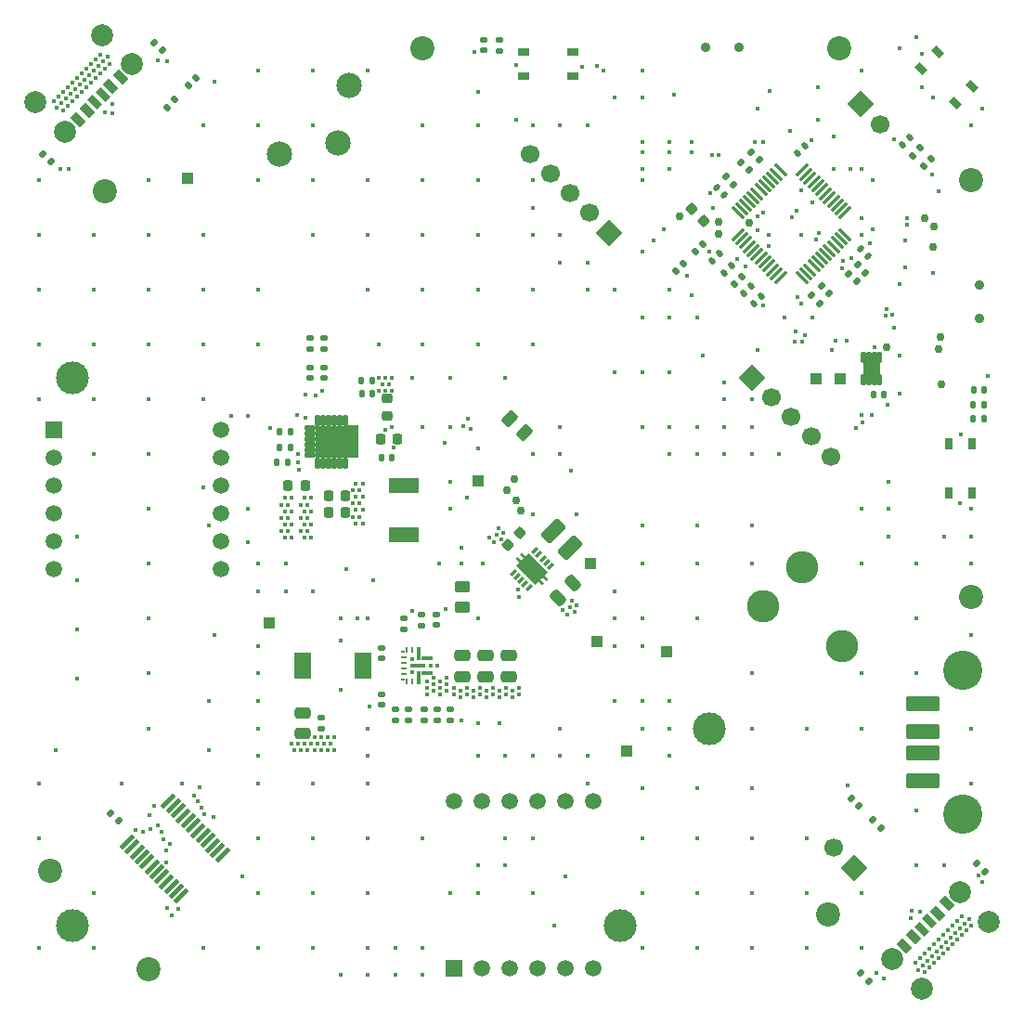
<source format=gbr>
%TF.GenerationSoftware,KiCad,Pcbnew,7.0.10*%
%TF.CreationDate,2025-08-26T16:00:25+02:00*%
%TF.ProjectId,BQ2xxxx,42513278-7878-4782-9e6b-696361645f70,rev?*%
%TF.SameCoordinates,Original*%
%TF.FileFunction,Soldermask,Top*%
%TF.FilePolarity,Negative*%
%FSLAX46Y46*%
G04 Gerber Fmt 4.6, Leading zero omitted, Abs format (unit mm)*
G04 Created by KiCad (PCBNEW 7.0.10) date 2025-08-26 16:00:25*
%MOMM*%
%LPD*%
G01*
G04 APERTURE LIST*
G04 Aperture macros list*
%AMRoundRect*
0 Rectangle with rounded corners*
0 $1 Rounding radius*
0 $2 $3 $4 $5 $6 $7 $8 $9 X,Y pos of 4 corners*
0 Add a 4 corners polygon primitive as box body*
4,1,4,$2,$3,$4,$5,$6,$7,$8,$9,$2,$3,0*
0 Add four circle primitives for the rounded corners*
1,1,$1+$1,$2,$3*
1,1,$1+$1,$4,$5*
1,1,$1+$1,$6,$7*
1,1,$1+$1,$8,$9*
0 Add four rect primitives between the rounded corners*
20,1,$1+$1,$2,$3,$4,$5,0*
20,1,$1+$1,$4,$5,$6,$7,0*
20,1,$1+$1,$6,$7,$8,$9,0*
20,1,$1+$1,$8,$9,$2,$3,0*%
%AMHorizOval*
0 Thick line with rounded ends*
0 $1 width*
0 $2 $3 position (X,Y) of the first rounded end (center of the circle)*
0 $4 $5 position (X,Y) of the second rounded end (center of the circle)*
0 Add line between two ends*
20,1,$1,$2,$3,$4,$5,0*
0 Add two circle primitives to create the rounded ends*
1,1,$1,$2,$3*
1,1,$1,$4,$5*%
%AMRotRect*
0 Rectangle, with rotation*
0 The origin of the aperture is its center*
0 $1 length*
0 $2 width*
0 $3 Rotation angle, in degrees counterclockwise*
0 Add horizontal line*
21,1,$1,$2,0,0,$3*%
%AMFreePoly0*
4,1,21,-0.125000,1.200000,0.125000,1.200000,0.125000,1.700000,0.375001,1.700000,0.375000,1.200000,0.825000,1.200000,0.825000,-1.200000,0.375000,-1.200000,0.375001,-1.700000,0.125000,-1.700000,0.125000,-1.200000,-0.125000,-1.200000,-0.125000,-1.700000,-0.375001,-1.700000,-0.375000,-1.200000,-0.825000,-1.200000,-0.825000,1.200000,-0.375000,1.200000,-0.375001,1.700000,-0.125000,1.700000,
-0.125000,1.200000,-0.125000,1.200000,$1*%
G04 Aperture macros list end*
%ADD10RoundRect,0.135000X-0.035355X0.226274X-0.226274X0.035355X0.035355X-0.226274X0.226274X-0.035355X0*%
%ADD11RoundRect,0.140000X-0.170000X0.140000X-0.170000X-0.140000X0.170000X-0.140000X0.170000X0.140000X0*%
%ADD12RoundRect,0.135000X0.135000X0.185000X-0.135000X0.185000X-0.135000X-0.185000X0.135000X-0.185000X0*%
%ADD13R,2.794000X1.320800*%
%ADD14RoundRect,0.135000X-0.226274X-0.035355X-0.035355X-0.226274X0.226274X0.035355X0.035355X0.226274X0*%
%ADD15RoundRect,0.140000X-0.219203X-0.021213X-0.021213X-0.219203X0.219203X0.021213X0.021213X0.219203X0*%
%ADD16RoundRect,0.135000X0.185000X-0.135000X0.185000X0.135000X-0.185000X0.135000X-0.185000X-0.135000X0*%
%ADD17RoundRect,0.250000X-0.475000X0.250000X-0.475000X-0.250000X0.475000X-0.250000X0.475000X0.250000X0*%
%ADD18C,3.000000*%
%ADD19C,2.200000*%
%ADD20RoundRect,0.140000X-0.021213X0.219203X-0.219203X0.021213X0.021213X-0.219203X0.219203X-0.021213X0*%
%ADD21R,1.500000X1.500000*%
%ADD22C,1.500000*%
%ADD23RotRect,1.600000X0.410000X225.000000*%
%ADD24RoundRect,0.147500X0.172500X-0.147500X0.172500X0.147500X-0.172500X0.147500X-0.172500X-0.147500X0*%
%ADD25R,1.000000X1.000000*%
%ADD26RoundRect,0.075000X-0.415425X-0.521491X0.521491X0.415425X0.415425X0.521491X-0.521491X-0.415425X0*%
%ADD27RoundRect,0.075000X0.415425X-0.521491X0.521491X-0.415425X-0.415425X0.521491X-0.521491X0.415425X0*%
%ADD28RoundRect,0.135000X0.226274X0.035355X0.035355X0.226274X-0.226274X-0.035355X-0.035355X-0.226274X0*%
%ADD29RoundRect,0.140000X0.021213X-0.219203X0.219203X-0.021213X-0.021213X0.219203X-0.219203X0.021213X0*%
%ADD30RoundRect,0.140000X-0.140000X-0.170000X0.140000X-0.170000X0.140000X0.170000X-0.140000X0.170000X0*%
%ADD31RoundRect,0.225000X-0.017678X0.335876X-0.335876X0.017678X0.017678X-0.335876X0.335876X-0.017678X0*%
%ADD32RoundRect,0.250000X-0.159099X0.512652X-0.512652X0.159099X0.159099X-0.512652X0.512652X-0.159099X0*%
%ADD33RoundRect,0.058000X-0.174000X0.464000X-0.174000X-0.464000X0.174000X-0.464000X0.174000X0.464000X0*%
%ADD34RoundRect,0.058000X-0.464000X0.174000X-0.464000X-0.174000X0.464000X-0.174000X0.464000X0.174000X0*%
%ADD35RoundRect,0.059250X-0.472750X0.177750X-0.472750X-0.177750X0.472750X-0.177750X0.472750X0.177750X0*%
%ADD36RoundRect,0.102000X-1.350000X1.350000X-1.350000X-1.350000X1.350000X-1.350000X1.350000X1.350000X0*%
%ADD37RotRect,1.700000X1.700000X225.000000*%
%ADD38HorizOval,1.700000X0.000000X0.000000X0.000000X0.000000X0*%
%ADD39RoundRect,0.140000X0.219203X0.021213X0.021213X0.219203X-0.219203X-0.021213X-0.021213X-0.219203X0*%
%ADD40R,1.500000X2.400000*%
%ADD41RoundRect,0.225000X0.335876X0.017678X0.017678X0.335876X-0.335876X-0.017678X-0.017678X-0.335876X0*%
%ADD42R,0.700000X1.000000*%
%ADD43RoundRect,0.147500X-0.226274X-0.017678X-0.017678X-0.226274X0.226274X0.017678X0.017678X0.226274X0*%
%ADD44RoundRect,0.102000X1.440000X-0.560000X1.440000X0.560000X-1.440000X0.560000X-1.440000X-0.560000X0*%
%ADD45C,3.580000*%
%ADD46RoundRect,0.225000X-0.225000X-0.250000X0.225000X-0.250000X0.225000X0.250000X-0.225000X0.250000X0*%
%ADD47RoundRect,0.250000X-0.450000X0.262500X-0.450000X-0.262500X0.450000X-0.262500X0.450000X0.262500X0*%
%ADD48RoundRect,0.250000X0.475000X-0.250000X0.475000X0.250000X-0.475000X0.250000X-0.475000X-0.250000X0*%
%ADD49RoundRect,0.140000X0.170000X-0.140000X0.170000X0.140000X-0.170000X0.140000X-0.170000X-0.140000X0*%
%ADD50RoundRect,0.059250X0.177750X-0.422750X0.177750X0.422750X-0.177750X0.422750X-0.177750X-0.422750X0*%
%ADD51RoundRect,0.102000X0.650000X-0.450000X0.650000X0.450000X-0.650000X0.450000X-0.650000X-0.450000X0*%
%ADD52RotRect,1.700000X1.700000X45.000000*%
%ADD53HorizOval,1.700000X0.000000X0.000000X0.000000X0.000000X0*%
%ADD54RotRect,0.700000X1.000000X225.000000*%
%ADD55RotRect,0.700000X1.200000X225.000000*%
%ADD56RotRect,0.760000X1.200000X225.000000*%
%ADD57RotRect,0.800000X1.200000X225.000000*%
%ADD58C,2.010000*%
%ADD59RoundRect,0.147500X-0.017678X0.226274X-0.226274X0.017678X0.017678X-0.226274X0.226274X-0.017678X0*%
%ADD60RoundRect,0.225000X0.250000X-0.225000X0.250000X0.225000X-0.250000X0.225000X-0.250000X-0.225000X0*%
%ADD61RoundRect,0.135000X-0.185000X0.135000X-0.185000X-0.135000X0.185000X-0.135000X0.185000X0.135000X0*%
%ADD62R,1.000000X0.700000*%
%ADD63RoundRect,0.135000X0.035355X-0.226274X0.226274X-0.035355X-0.035355X0.226274X-0.226274X0.035355X0*%
%ADD64C,2.949000*%
%ADD65RoundRect,0.225000X0.225000X0.250000X-0.225000X0.250000X-0.225000X-0.250000X0.225000X-0.250000X0*%
%ADD66RotRect,0.600000X0.240000X225.000000*%
%ADD67FreePoly0,225.000000*%
%ADD68C,2.304000*%
%ADD69RoundRect,0.140000X0.140000X0.170000X-0.140000X0.170000X-0.140000X-0.170000X0.140000X-0.170000X0*%
%ADD70RoundRect,0.250000X-0.503814X-0.132583X-0.132583X-0.503814X0.503814X0.132583X0.132583X0.503814X0*%
%ADD71RotRect,0.700000X1.200000X45.000000*%
%ADD72RotRect,0.760000X1.200000X45.000000*%
%ADD73RotRect,0.800000X1.200000X45.000000*%
%ADD74RoundRect,0.250000X0.866206X0.335876X0.335876X0.866206X-0.866206X-0.335876X-0.335876X-0.866206X0*%
%ADD75R,0.250000X0.575000*%
%ADD76R,0.250000X0.550000*%
%ADD77R,0.400000X1.250000*%
%ADD78R,1.000000X0.400000*%
%ADD79R,0.550000X0.250000*%
%ADD80R,0.450000X0.225000*%
%ADD81R,1.050000X0.400000*%
%ADD82C,0.900000*%
%ADD83C,0.450000*%
%ADD84C,0.750000*%
G04 APERTURE END LIST*
D10*
%TO.C,R10*%
X103160624Y-32639378D03*
X102439376Y-33360626D03*
%TD*%
D11*
%TO.C,C26*%
X59300000Y-82889999D03*
X59300000Y-83849999D03*
%TD*%
D12*
%TO.C,R22*%
X108010000Y-55100000D03*
X106990000Y-55100000D03*
%TD*%
D13*
%TO.C,L3*%
X55105000Y-66914801D03*
X55105000Y-62495201D03*
%TD*%
D12*
%TO.C,R16*%
X44510000Y-60305000D03*
X43490000Y-60305000D03*
%TD*%
D14*
%TO.C,R3*%
X107339376Y-96939376D03*
X108060624Y-97660624D03*
%TD*%
D15*
%TO.C,C7*%
X96760589Y-40860589D03*
X97439411Y-41539411D03*
%TD*%
D16*
%TO.C,R29*%
X56700000Y-75210000D03*
X56700000Y-74190000D03*
%TD*%
D17*
%TO.C,C28*%
X62500000Y-77990000D03*
X62500000Y-79890000D03*
%TD*%
D18*
%TO.C,FID1*%
X24800000Y-102600000D03*
%TD*%
D19*
%TO.C,H2*%
X106800000Y-34600000D03*
%TD*%
D14*
%TO.C,R4*%
X96751524Y-106933862D03*
X97472772Y-107655110D03*
%TD*%
D18*
%TO.C,TP10*%
X82900000Y-84600000D03*
%TD*%
D20*
%TO.C,C12*%
X86767971Y-44289152D03*
X86089149Y-44967974D03*
%TD*%
D21*
%TO.C,U4*%
X59660000Y-106500000D03*
D22*
X62200000Y-106500000D03*
X64740000Y-106500000D03*
X67280000Y-106500000D03*
X69820000Y-106500000D03*
X72360000Y-106500000D03*
X72360000Y-91260000D03*
X69820000Y-91260000D03*
X67280000Y-91260000D03*
X64740000Y-91260000D03*
X62200000Y-91260000D03*
X59660000Y-91260000D03*
%TD*%
D23*
%TO.C,U6*%
X38533748Y-96166115D03*
X38084735Y-95717102D03*
X37635722Y-95268089D03*
X37186710Y-94819076D03*
X36737697Y-94370064D03*
X36288684Y-93921051D03*
X35839671Y-93472038D03*
X35390658Y-93023025D03*
X34941646Y-92574012D03*
X34492633Y-92125000D03*
X34043620Y-91675987D03*
X33594607Y-91226974D03*
X29840860Y-94980721D03*
X30289873Y-95429734D03*
X30738886Y-95878747D03*
X31187898Y-96327760D03*
X31636911Y-96776772D03*
X32085924Y-97225785D03*
X32534937Y-97674798D03*
X32983950Y-98123811D03*
X33432962Y-98572824D03*
X33881975Y-99021836D03*
X34330988Y-99470849D03*
X34780001Y-99919862D03*
%TD*%
D17*
%TO.C,C29*%
X64600000Y-77989999D03*
X64600000Y-79889999D03*
%TD*%
D19*
%TO.C,H3*%
X94800000Y-22600000D03*
%TD*%
D24*
%TO.C,D3*%
X47805000Y-52675001D03*
X47805000Y-51705001D03*
%TD*%
D25*
%TO.C,TP1*%
X35300000Y-34400000D03*
%TD*%
D16*
%TO.C,R24*%
X54290000Y-83900000D03*
X54290000Y-82880000D03*
%TD*%
D26*
%TO.C,U5*%
X85512124Y-39598788D03*
X85865678Y-39952342D03*
X86219231Y-40305895D03*
X86572785Y-40659449D03*
X86926338Y-41013002D03*
X87279891Y-41366555D03*
X87633445Y-41720109D03*
X87986998Y-42073662D03*
X88340551Y-42427215D03*
X88694105Y-42780769D03*
X89047658Y-43134322D03*
X89401212Y-43487876D03*
D27*
X91398788Y-43487876D03*
X91752342Y-43134322D03*
X92105895Y-42780769D03*
X92459449Y-42427215D03*
X92813002Y-42073662D03*
X93166555Y-41720109D03*
X93520109Y-41366555D03*
X93873662Y-41013002D03*
X94227215Y-40659449D03*
X94580769Y-40305895D03*
X94934322Y-39952342D03*
X95287876Y-39598788D03*
D26*
X95287876Y-37601212D03*
X94934322Y-37247658D03*
X94580769Y-36894105D03*
X94227215Y-36540551D03*
X93873662Y-36186998D03*
X93520109Y-35833445D03*
X93166555Y-35479891D03*
X92813002Y-35126338D03*
X92459449Y-34772785D03*
X92105895Y-34419231D03*
X91752342Y-34065678D03*
X91398788Y-33712124D03*
D27*
X89401212Y-33712124D03*
X89047658Y-34065678D03*
X88694105Y-34419231D03*
X88340551Y-34772785D03*
X87986998Y-35126338D03*
X87633445Y-35479891D03*
X87279891Y-35833445D03*
X86926338Y-36186998D03*
X86572785Y-36540551D03*
X86219231Y-36894105D03*
X85865678Y-37247658D03*
X85512124Y-37601212D03*
%TD*%
D28*
%TO.C,R13*%
X92960624Y-45860624D03*
X92239376Y-45139376D03*
%TD*%
D29*
%TO.C,C8*%
X90999999Y-32139411D03*
X91678821Y-31460589D03*
%TD*%
D18*
%TO.C,FID3*%
X24800000Y-52600000D03*
%TD*%
D30*
%TO.C,C1*%
X97920000Y-54200000D03*
X98880000Y-54200000D03*
%TD*%
D25*
%TO.C,TP3*%
X79000000Y-77600000D03*
%TD*%
D31*
%TO.C,C3*%
X65663013Y-66789181D03*
X64566997Y-67885197D03*
%TD*%
D30*
%TO.C,C17*%
X53025000Y-59905001D03*
X53985000Y-59905001D03*
%TD*%
D32*
%TO.C,C4*%
X70453663Y-71332341D03*
X69110161Y-72675843D03*
%TD*%
D33*
%TO.C,U2*%
X49700000Y-56510001D03*
X49200000Y-56510001D03*
X48700000Y-56510001D03*
X48200000Y-56510001D03*
X47700000Y-56510001D03*
X47200000Y-56510001D03*
D34*
X46505000Y-57205001D03*
X46505000Y-57705001D03*
X46505000Y-58205001D03*
X46505000Y-58705001D03*
X46505000Y-59205001D03*
X46505000Y-59705001D03*
D33*
X47200000Y-60400001D03*
X47700000Y-60400001D03*
X48200000Y-60400001D03*
X48700000Y-60400001D03*
X49200000Y-60400001D03*
X49700000Y-60400001D03*
D35*
X50395000Y-59705001D03*
X50395000Y-59205001D03*
X50395000Y-58705001D03*
X50395000Y-58205001D03*
X50395000Y-57705001D03*
X50395000Y-57205001D03*
D36*
X48450000Y-58455001D03*
%TD*%
D37*
%TO.C,J9*%
X96101561Y-97301562D03*
D38*
X94305510Y-95505511D03*
%TD*%
D39*
%TO.C,C9*%
X84239411Y-35926130D03*
X83560589Y-35247308D03*
%TD*%
D19*
%TO.C,H5*%
X22800000Y-97600000D03*
%TD*%
D30*
%TO.C,C16*%
X51225001Y-54105001D03*
X52185001Y-54105001D03*
%TD*%
D12*
%TO.C,R6*%
X44715000Y-57505000D03*
X43695000Y-57505000D03*
%TD*%
D40*
%TO.C,L2*%
X51300001Y-78900000D03*
X45800001Y-78900000D03*
%TD*%
D41*
%TO.C,C10*%
X82448008Y-38348008D03*
X81351992Y-37251992D03*
%TD*%
D42*
%TO.C,S4*%
X104750000Y-63150000D03*
X104750000Y-58650000D03*
X106900000Y-63150000D03*
X106900000Y-58650000D03*
%TD*%
D43*
%TO.C,D2*%
X95857052Y-90957052D03*
X96542946Y-91642946D03*
%TD*%
D21*
%TO.C,U3*%
X23160000Y-57400000D03*
D22*
X23160000Y-59940000D03*
X23160000Y-62480000D03*
X23160000Y-65020000D03*
X23160000Y-67560000D03*
X23160000Y-70100000D03*
X38400000Y-70100000D03*
X38400000Y-67560000D03*
X38400000Y-65020000D03*
X38400000Y-62480000D03*
X38400000Y-59940000D03*
X38400000Y-57400000D03*
%TD*%
D44*
%TO.C,J7*%
X102417500Y-89365250D03*
X102417500Y-86865250D03*
X102417500Y-84865250D03*
X102417500Y-82365250D03*
D45*
X105997500Y-92435250D03*
X105997500Y-79295250D03*
%TD*%
D25*
%TO.C,TP8*%
X92700000Y-52700000D03*
%TD*%
D14*
%TO.C,R18*%
X85820351Y-32958401D03*
X86541599Y-33679649D03*
%TD*%
D46*
%TO.C,C21*%
X48212500Y-64955001D03*
X49762500Y-64955001D03*
%TD*%
D25*
%TO.C,TP2*%
X75400000Y-86700000D03*
%TD*%
D16*
%TO.C,R12*%
X63755000Y-22840000D03*
X63755000Y-21820000D03*
%TD*%
D37*
%TO.C,J5*%
X73796051Y-39396051D03*
D38*
X72000000Y-37600000D03*
X70203949Y-35803949D03*
X68407897Y-34007897D03*
X66611846Y-32211846D03*
%TD*%
D10*
%TO.C,R26*%
X80592857Y-42207143D03*
X79871609Y-42928391D03*
%TD*%
D19*
%TO.C,H4*%
X56800000Y-22600000D03*
%TD*%
D47*
%TO.C,JP1*%
X60400000Y-71687500D03*
X60400000Y-73512500D03*
%TD*%
D24*
%TO.C,D4*%
X46505000Y-52675001D03*
X46505000Y-51705001D03*
%TD*%
D48*
%TO.C,C22*%
X45800001Y-85070000D03*
X45800001Y-83170000D03*
%TD*%
D49*
%TO.C,C31*%
X55100000Y-75560000D03*
X55100000Y-74600000D03*
%TD*%
D14*
%TO.C,R8*%
X28339376Y-92339376D03*
X29060624Y-93060624D03*
%TD*%
D10*
%TO.C,R7*%
X102167139Y-31645893D03*
X101445891Y-32367141D03*
%TD*%
D50*
%TO.C,U1*%
X96950000Y-52785000D03*
X97450000Y-52785000D03*
X97950000Y-52785000D03*
X98450000Y-52785000D03*
X98450000Y-50815000D03*
X97950000Y-50815000D03*
X97450000Y-50815000D03*
X96950000Y-50815000D03*
D51*
X97700000Y-51800000D03*
%TD*%
D19*
%TO.C,H7*%
X27800000Y-35600000D03*
%TD*%
D25*
%TO.C,TP9*%
X94900000Y-52700000D03*
%TD*%
D49*
%TO.C,C24*%
X53000000Y-82480000D03*
X53000000Y-81520000D03*
%TD*%
D52*
%TO.C,J6*%
X96698439Y-27698439D03*
D53*
X98494490Y-29494490D03*
%TD*%
D14*
%TO.C,R2*%
X22144890Y-32227226D03*
X22866138Y-32948474D03*
%TD*%
D46*
%TO.C,C19*%
X52930000Y-58205001D03*
X54480000Y-58205001D03*
%TD*%
D54*
%TO.C,S3*%
X105400000Y-27600000D03*
X102218020Y-24418020D03*
X106920280Y-26079720D03*
X103738300Y-22897740D03*
%TD*%
D19*
%TO.C,H1*%
X106800000Y-72600000D03*
%TD*%
D28*
%TO.C,R28*%
X97160624Y-43060624D03*
X96439376Y-42339376D03*
%TD*%
D11*
%TO.C,C30*%
X53000001Y-77279999D03*
X53000001Y-78239999D03*
%TD*%
D25*
%TO.C,TP6*%
X61800000Y-62000000D03*
%TD*%
D55*
%TO.C,J4*%
X27617896Y-26810789D03*
D56*
X26189540Y-28239145D03*
D57*
X25319799Y-29108886D03*
D55*
X26910789Y-27517896D03*
D56*
X28339145Y-26089540D03*
D57*
X29208886Y-25219799D03*
D58*
X24153073Y-30162475D03*
X21466067Y-27475470D03*
X27575470Y-21366067D03*
X30262475Y-24053073D03*
%TD*%
D52*
%TO.C,J2*%
X86807898Y-52607898D03*
D53*
X88603949Y-54403949D03*
X90400000Y-56200000D03*
X92196052Y-57996052D03*
X93992103Y-59792103D03*
%TD*%
D59*
%TO.C,D1*%
X36142947Y-25257053D03*
X35457053Y-25942947D03*
%TD*%
D60*
%TO.C,C18*%
X53505000Y-56080000D03*
X53505000Y-54530000D03*
%TD*%
D20*
%TO.C,C2*%
X101173655Y-30666551D03*
X100494833Y-31345373D03*
%TD*%
D61*
%TO.C,R23*%
X56900000Y-82880000D03*
X56900000Y-83900000D03*
%TD*%
D12*
%TO.C,R17*%
X44705000Y-59005001D03*
X43685000Y-59005001D03*
%TD*%
D14*
%TO.C,R27*%
X95639376Y-43139376D03*
X96360624Y-43860624D03*
%TD*%
D62*
%TO.C,S2*%
X66000000Y-22950000D03*
X70500000Y-22950000D03*
X66000000Y-25100000D03*
X70500000Y-25100000D03*
%TD*%
D61*
%TO.C,R25*%
X55500000Y-82880000D03*
X55500000Y-83900000D03*
%TD*%
D63*
%TO.C,R14*%
X33439376Y-27960624D03*
X34160624Y-27239376D03*
%TD*%
D28*
%TO.C,R5*%
X93879863Y-44941382D03*
X93158615Y-44220134D03*
%TD*%
D64*
%TO.C,BT2*%
X91414894Y-69910017D03*
X87822792Y-73502119D03*
X95006997Y-77094222D03*
%TD*%
D65*
%TO.C,C15*%
X46062500Y-62455000D03*
X44512500Y-62455000D03*
%TD*%
D66*
%TO.C,U7*%
X68438406Y-69812060D03*
X68084853Y-69458507D03*
X67731299Y-69104954D03*
X67377746Y-68751400D03*
X67024193Y-68397847D03*
X65044294Y-70377746D03*
X65397847Y-70731299D03*
X65751401Y-71084852D03*
X66104954Y-71438406D03*
X66458507Y-71791959D03*
D67*
X66741350Y-70094903D03*
%TD*%
D68*
%TO.C,BT1*%
X49059198Y-31231276D03*
X43759433Y-32217690D03*
X50045612Y-25931511D03*
%TD*%
D11*
%TO.C,C23*%
X47500000Y-83640000D03*
X47500000Y-84600000D03*
%TD*%
D14*
%TO.C,R9*%
X84437186Y-34299999D03*
X85158434Y-35021247D03*
%TD*%
D69*
%TO.C,C5*%
X107980000Y-53705000D03*
X107020000Y-53705000D03*
%TD*%
%TO.C,C32*%
X52160000Y-52900002D03*
X51200000Y-52900002D03*
%TD*%
D16*
%TO.C,R20*%
X46504999Y-49984628D03*
X46504999Y-48964628D03*
%TD*%
D29*
%TO.C,C13*%
X84235598Y-43107382D03*
X84914420Y-42428560D03*
%TD*%
D11*
%TO.C,C25*%
X58100000Y-82890000D03*
X58100000Y-83850000D03*
%TD*%
D70*
%TO.C,TH1*%
X64754765Y-56354765D03*
X66045235Y-57645235D03*
%TD*%
D25*
%TO.C,TP5*%
X72100000Y-69600000D03*
%TD*%
%TO.C,TP7*%
X72700000Y-76700000D03*
%TD*%
D14*
%TO.C,R21*%
X86739376Y-32039376D03*
X87460624Y-32760624D03*
%TD*%
D19*
%TO.C,H6*%
X31800000Y-106600000D03*
%TD*%
D71*
%TO.C,J1*%
X102282104Y-102889211D03*
D72*
X103710460Y-101460855D03*
D73*
X104580201Y-100591114D03*
D71*
X102989211Y-102182104D03*
D72*
X101560855Y-103610460D03*
D73*
X100691114Y-104480201D03*
D58*
X105746927Y-99537525D03*
X108433933Y-102224530D03*
X102324530Y-108333933D03*
X99637525Y-105646927D03*
%TD*%
D14*
%TO.C,R1*%
X32327228Y-22044889D03*
X33048476Y-22766137D03*
%TD*%
D20*
%TO.C,C11*%
X87639411Y-45160589D03*
X86960589Y-45839411D03*
%TD*%
D16*
%TO.C,R19*%
X47805000Y-49984628D03*
X47805000Y-48964628D03*
%TD*%
D12*
%TO.C,R11*%
X108010000Y-56400000D03*
X106990000Y-56400000D03*
%TD*%
D74*
%TO.C,L1*%
X70188496Y-68168039D03*
X68668216Y-66647759D03*
%TD*%
D28*
%TO.C,R15*%
X98560624Y-93660624D03*
X97839376Y-92939376D03*
%TD*%
D10*
%TO.C,FB1*%
X85896532Y-43403571D03*
X85175284Y-44124819D03*
%TD*%
D75*
%TO.C,IC2*%
X55350000Y-80302999D03*
D76*
X55850000Y-80314999D03*
D77*
X56425000Y-79964999D03*
D78*
X56475000Y-78889999D03*
D77*
X56425000Y-77814999D03*
D76*
X55850000Y-77464999D03*
D75*
X55350000Y-77476999D03*
D79*
X55050000Y-78139999D03*
X55050000Y-78639999D03*
X55050000Y-79139999D03*
X55050000Y-79639999D03*
D80*
X55000000Y-80126999D03*
D81*
X57150000Y-79539999D03*
X57150000Y-78239999D03*
D80*
X55000000Y-77652999D03*
%TD*%
D59*
%TO.C,D5*%
X82342948Y-40457052D03*
X81657054Y-41142946D03*
%TD*%
D49*
%TO.C,C33*%
X58000000Y-75160000D03*
X58000000Y-74200000D03*
%TD*%
D25*
%TO.C,TP4*%
X42800000Y-75000000D03*
%TD*%
D11*
%TO.C,C14*%
X62340000Y-21830000D03*
X62340000Y-22790000D03*
%TD*%
D20*
%TO.C,C6*%
X83839411Y-41260588D03*
X83160589Y-41939410D03*
%TD*%
D17*
%TO.C,C27*%
X60400001Y-77990000D03*
X60400001Y-79890000D03*
%TD*%
D19*
%TO.C,H8*%
X93800000Y-101600000D03*
%TD*%
D18*
%TO.C,FID2*%
X74800000Y-102600000D03*
%TD*%
D46*
%TO.C,C20*%
X48212500Y-63355000D03*
X49762500Y-63355000D03*
%TD*%
D82*
%TO.C,J8*%
X107600000Y-44200000D03*
X107600000Y-47200000D03*
%TD*%
%TO.C,J3*%
X82600000Y-22500000D03*
X85600000Y-22500000D03*
%TD*%
D83*
X46300001Y-64200001D03*
X46000001Y-63600002D03*
X46000001Y-64800000D03*
X46000001Y-66000002D03*
X46600000Y-67200000D03*
X45700001Y-64200001D03*
X46600001Y-66000002D03*
X45700001Y-66600001D03*
X46000001Y-67200000D03*
X46300001Y-66600001D03*
X46600001Y-64800000D03*
X45700001Y-65400001D03*
X46600000Y-63600002D03*
X46300001Y-65400001D03*
X98200000Y-106900000D03*
X101300000Y-101900000D03*
X21800000Y-39600000D03*
X44200000Y-63600000D03*
X87300000Y-28100000D03*
X36800000Y-104600000D03*
X102300000Y-26100000D03*
X66800000Y-39600000D03*
X76800000Y-74600000D03*
X88400000Y-26475000D03*
X66800000Y-59600000D03*
X99800000Y-30900000D03*
X103800000Y-35600000D03*
X81300000Y-31100000D03*
X26560662Y-23990813D03*
X48100000Y-86599999D03*
X27409190Y-23142285D03*
X41800000Y-89600000D03*
X23378680Y-28021320D03*
X32639443Y-93459166D03*
X57800000Y-81200000D03*
X51000000Y-62900001D03*
X101800000Y-79600000D03*
X105348528Y-103251471D03*
X76800000Y-41100000D03*
X41800000Y-77100000D03*
X24439339Y-27809188D03*
X77800000Y-40100000D03*
X44799999Y-64799998D03*
X40800000Y-64600000D03*
X74300000Y-52100000D03*
X76800000Y-34600000D03*
X49200000Y-58200000D03*
D84*
X80200000Y-37900000D03*
D83*
X51299999Y-62300002D03*
X48600000Y-58200000D03*
X51800000Y-34600000D03*
X101800000Y-69600000D03*
X87300000Y-39200000D03*
X44500000Y-64199999D03*
X66800000Y-87100000D03*
X95800000Y-33600000D03*
X65600000Y-80900000D03*
X69300000Y-59600000D03*
X74300000Y-27100000D03*
X46800000Y-89600000D03*
X53981381Y-57109311D03*
X89800000Y-47100000D03*
X55800000Y-52600000D03*
X48900000Y-58799999D03*
X25287867Y-26960659D03*
X40800000Y-67600000D03*
X40800000Y-56100000D03*
X64400002Y-80900000D03*
X46800000Y-99600000D03*
X61800000Y-84100000D03*
X71800000Y-44600000D03*
X104300000Y-67100000D03*
X31900000Y-92500000D03*
X44799998Y-65999997D03*
X24015075Y-28233452D03*
X41800000Y-94600000D03*
X48400000Y-86000000D03*
X44800000Y-63600000D03*
X36800000Y-39600000D03*
X26800000Y-54600000D03*
X96800000Y-64600000D03*
X58800000Y-58600000D03*
X105984924Y-103463603D03*
X58400002Y-80300000D03*
X99800000Y-48100000D03*
X65300000Y-29100000D03*
X67500000Y-70300000D03*
X91800000Y-99600000D03*
X84300000Y-57100000D03*
X79300000Y-59600000D03*
X42900000Y-57200000D03*
X92800000Y-29100000D03*
X56800000Y-94600000D03*
X49300000Y-81100000D03*
X24651473Y-26748529D03*
X25300000Y-80100000D03*
X49500000Y-58799999D03*
X54000000Y-52600003D03*
X102378678Y-106221319D03*
X65475871Y-71908104D03*
X106197056Y-102402943D03*
X47200000Y-86000000D03*
X41800000Y-44600000D03*
X25300000Y-75600000D03*
X62875736Y-67175736D03*
X46800000Y-29600000D03*
X65000002Y-81800000D03*
X84300000Y-59600000D03*
X54168274Y-59000458D03*
X66800000Y-65100000D03*
X50700000Y-62300002D03*
X63512131Y-66963605D03*
X53400001Y-52600003D03*
X59300000Y-57100000D03*
X106833452Y-102615075D03*
X27833452Y-24415076D03*
X66439336Y-70512131D03*
X69300000Y-84600000D03*
X76800000Y-52100000D03*
X100975000Y-38704078D03*
X48600000Y-59400000D03*
X106800000Y-84600000D03*
X59300000Y-99600000D03*
X26772793Y-24627209D03*
X87800000Y-31100000D03*
X41800000Y-24600000D03*
X47600000Y-53795001D03*
X63200000Y-80900000D03*
X71800000Y-89600000D03*
X25300000Y-71100000D03*
X70636395Y-73987869D03*
X63800000Y-84100000D03*
X44300000Y-69600000D03*
X46900000Y-86599999D03*
X100800000Y-42600000D03*
X46800000Y-104600000D03*
X61800000Y-49600000D03*
X23802944Y-27597057D03*
X25712131Y-26536395D03*
X31800000Y-74600000D03*
X61800000Y-59100000D03*
X63200000Y-81500000D03*
X31800000Y-44600000D03*
X103439341Y-104312133D03*
X31800000Y-84600000D03*
X98986724Y-46998967D03*
X64300000Y-97100000D03*
X21800000Y-104600000D03*
X99300000Y-62100000D03*
X79300000Y-33600000D03*
X104712133Y-103039340D03*
X66800000Y-37100000D03*
X57200002Y-81500000D03*
X60500000Y-57000000D03*
X102590811Y-106857715D03*
X105136397Y-102615076D03*
X33900000Y-101700000D03*
X36800000Y-29600000D03*
X45400000Y-60300000D03*
X48100000Y-85400001D03*
X26800000Y-104600000D03*
X69575736Y-73775736D03*
X76800000Y-77100000D03*
X47800000Y-86000000D03*
X76800000Y-99600000D03*
X90300000Y-30100000D03*
X51900000Y-82600000D03*
X70300000Y-61100000D03*
X21800000Y-89600000D03*
X56800000Y-44600000D03*
X26800000Y-39600000D03*
X76800000Y-90100000D03*
X63724265Y-66327204D03*
X61800000Y-26600000D03*
X41800000Y-72100000D03*
X105984925Y-101766548D03*
X64148529Y-66751468D03*
X59300000Y-62100000D03*
X28257716Y-23990812D03*
X60300000Y-83900000D03*
X41800000Y-49600000D03*
X96800000Y-99600000D03*
X61800000Y-44600000D03*
X54300000Y-107100000D03*
X48700000Y-86599999D03*
X24863605Y-25687869D03*
X66800000Y-49600000D03*
X27621322Y-23778681D03*
X57800000Y-80000000D03*
X26800000Y-49600000D03*
X92300000Y-36600000D03*
X46000000Y-86000001D03*
X48700000Y-85400001D03*
X44800000Y-86000001D03*
X47500000Y-85400001D03*
X96800000Y-104600000D03*
X51800000Y-39600000D03*
X47500000Y-86599999D03*
X81800000Y-99600000D03*
X43899998Y-66599996D03*
X100300000Y-22600000D03*
X61200000Y-57300000D03*
X66800000Y-29600000D03*
D84*
X99100000Y-49800000D03*
D83*
X53400000Y-53800001D03*
X97800000Y-39100000D03*
X76800000Y-27100000D03*
X88300000Y-39600000D03*
X57200002Y-80300000D03*
X26136397Y-24415077D03*
X60800000Y-63600000D03*
X82900000Y-41100000D03*
X45100000Y-86600000D03*
X41800000Y-87100000D03*
X61400001Y-81800001D03*
X103863603Y-105584923D03*
X51800000Y-74600000D03*
X106800000Y-29600000D03*
X32600000Y-23700000D03*
D84*
X103400000Y-38800000D03*
D83*
X31800000Y-39600000D03*
X41800000Y-29600000D03*
X98800000Y-107400000D03*
X51800000Y-89600000D03*
X88300000Y-40600000D03*
X64300000Y-52600000D03*
X41800000Y-104600000D03*
X94300000Y-30600000D03*
X68800000Y-102600000D03*
X79700000Y-26775000D03*
X60800000Y-80900000D03*
X96800000Y-69600000D03*
X107800000Y-98600000D03*
X44199998Y-65999997D03*
X100800000Y-40100000D03*
X102166548Y-105584924D03*
X61800000Y-87100000D03*
X45400000Y-86000001D03*
X56800000Y-29600000D03*
X49800000Y-70100000D03*
X85500000Y-41800000D03*
X58400002Y-81500000D03*
X86800000Y-94600000D03*
X84300000Y-54600000D03*
X86800000Y-99600000D03*
X44499998Y-66599996D03*
X26800000Y-44600000D03*
X71800000Y-42100000D03*
X59600002Y-81500000D03*
X97700000Y-56000000D03*
X103227207Y-105372791D03*
X47700000Y-58799999D03*
X47400000Y-58200000D03*
X105900000Y-57800000D03*
X26984923Y-25263603D03*
X28045586Y-23354417D03*
X66227204Y-69875735D03*
X25924264Y-25475736D03*
X36800000Y-44600000D03*
X26136395Y-26112131D03*
X59000000Y-80600000D03*
X101400000Y-101200000D03*
X64300000Y-94600000D03*
X60300000Y-68100000D03*
X106800000Y-69600000D03*
X70212131Y-73563605D03*
X104712131Y-104736395D03*
X101800000Y-97100000D03*
X37800000Y-76100000D03*
X86800000Y-104600000D03*
X104500000Y-104100000D03*
X96800000Y-39600000D03*
X87300000Y-37900000D03*
X94100000Y-50100000D03*
X103015077Y-104736397D03*
X62300000Y-69600000D03*
X44200000Y-67200000D03*
X34800000Y-89600000D03*
X29300000Y-89600000D03*
X31800000Y-79600000D03*
X105800000Y-64100000D03*
X37300000Y-66100000D03*
X51800000Y-99600000D03*
X61800000Y-34600000D03*
X51800000Y-94600000D03*
X105560659Y-103887866D03*
X102802942Y-105797055D03*
D84*
X83800000Y-39500000D03*
D83*
X41800000Y-99600000D03*
X103439338Y-106009187D03*
D84*
X65771752Y-64750000D03*
D83*
X71800000Y-87100000D03*
X79300000Y-47100000D03*
X81300000Y-32100000D03*
X37300000Y-86600000D03*
X63300000Y-67600000D03*
X81800000Y-69600000D03*
X45700000Y-86600000D03*
X33416476Y-95765579D03*
X28500000Y-28500000D03*
X51000000Y-64100001D03*
X56800000Y-34600000D03*
X100300000Y-54100000D03*
X51800000Y-44600000D03*
X36800000Y-62600000D03*
X62000002Y-81500000D03*
X61400001Y-81199999D03*
X103200000Y-34100000D03*
X76800000Y-47100000D03*
X66800000Y-94600000D03*
X91800000Y-84600000D03*
X23166548Y-27384925D03*
X21800000Y-34600000D03*
X50700000Y-65900000D03*
X66800000Y-99600000D03*
X97800000Y-34600000D03*
X101800000Y-92100000D03*
X91800000Y-104600000D03*
X101800000Y-74600000D03*
X69300000Y-39600000D03*
X106800000Y-64600000D03*
X25712133Y-24839341D03*
X62000002Y-80900000D03*
X52800000Y-52600002D03*
X95500000Y-89800000D03*
X79300000Y-82100000D03*
X96800000Y-33600000D03*
X49200000Y-59400000D03*
X21800000Y-49600000D03*
X79300000Y-57100000D03*
X46800000Y-94600000D03*
X79300000Y-52100000D03*
X31800000Y-49600000D03*
X99300000Y-67100000D03*
X48000000Y-59400000D03*
X92800000Y-26100000D03*
X76800000Y-104600000D03*
X31800000Y-64600000D03*
X91300000Y-35500000D03*
X48300000Y-58799999D03*
X36400000Y-90000000D03*
X49300000Y-76600000D03*
X69800000Y-98100000D03*
X76800000Y-84600000D03*
X96800000Y-84600000D03*
X101954414Y-106645583D03*
X96300000Y-57200000D03*
X83000000Y-35800000D03*
X87800000Y-37600000D03*
X70424265Y-72927204D03*
X50400000Y-64100001D03*
X53100000Y-53200002D03*
X76800000Y-69600000D03*
X65000002Y-81200000D03*
X84300000Y-53100000D03*
X63936395Y-67387869D03*
X26800000Y-59600000D03*
X81800000Y-47100000D03*
X86800000Y-69600000D03*
X52300000Y-71100000D03*
X87300000Y-50100000D03*
X60200000Y-81800000D03*
X70000000Y-74200000D03*
X100300000Y-50600000D03*
X58300000Y-69600000D03*
X105136395Y-104312130D03*
X46800000Y-72100000D03*
X81800000Y-104600000D03*
X83149997Y-32325000D03*
X25075736Y-26324264D03*
X106800000Y-89600000D03*
X76800000Y-24600000D03*
X105772792Y-102827207D03*
X86800000Y-59600000D03*
X26560659Y-25687867D03*
X80900000Y-43300000D03*
X41800000Y-79600000D03*
X31800000Y-54600000D03*
X37711417Y-92653881D03*
X30600000Y-93900000D03*
X24015076Y-26536397D03*
X50700000Y-64700002D03*
X54300000Y-104600000D03*
X58900000Y-73700000D03*
X21800000Y-94600000D03*
X46800000Y-34600000D03*
X61800000Y-74600000D03*
X69300000Y-42100000D03*
X76800000Y-82100000D03*
X61800000Y-39600000D03*
X81800000Y-57100000D03*
X51300000Y-64700002D03*
X61800000Y-97100000D03*
X44800000Y-67200000D03*
X55800000Y-73900000D03*
X27409188Y-24839340D03*
X70800000Y-65100000D03*
X67075736Y-70724264D03*
X37300000Y-82100000D03*
X26984926Y-23566549D03*
X83300000Y-37100000D03*
X21800000Y-39600000D03*
X46900000Y-85400001D03*
X71300000Y-24300000D03*
X74300000Y-74600000D03*
X65600000Y-81500000D03*
X96800000Y-38100000D03*
X69300000Y-87100000D03*
X63800001Y-81800001D03*
X53700000Y-53200002D03*
X76800000Y-33600000D03*
X104924264Y-103675736D03*
X24227208Y-27172793D03*
X59000000Y-81200000D03*
X69300000Y-57100000D03*
X57800000Y-80600000D03*
X106409188Y-103039339D03*
X51800000Y-24600000D03*
X58400002Y-80900000D03*
X49300000Y-74600000D03*
X56800000Y-107100000D03*
X76800000Y-31100000D03*
X57200002Y-80900000D03*
X47400000Y-59400000D03*
X103015074Y-106433452D03*
X105560661Y-102190812D03*
X46800000Y-39600000D03*
X81800000Y-59600000D03*
X41800000Y-34600000D03*
X44499999Y-65399998D03*
X51300000Y-63500000D03*
X56800000Y-104600000D03*
X26348528Y-25051472D03*
X104075736Y-104524264D03*
X48000000Y-58200000D03*
X46300000Y-86600000D03*
D84*
X65178280Y-61900000D03*
D83*
X104300000Y-97100000D03*
X52800000Y-53800001D03*
X59300000Y-64600000D03*
X76800000Y-32100000D03*
X66863600Y-70087867D03*
X104287869Y-103463604D03*
X94300000Y-33600000D03*
X52800000Y-49600000D03*
X48900001Y-57600001D03*
X24863603Y-27384924D03*
X63800001Y-81199999D03*
X23300000Y-86600000D03*
X103300000Y-27100000D03*
X92300000Y-47100000D03*
X74300000Y-72100000D03*
X62600002Y-81200000D03*
X79300000Y-87100000D03*
X54000000Y-53800001D03*
X74300000Y-82100000D03*
X99200000Y-55100000D03*
X60200000Y-81200000D03*
X56800000Y-39600000D03*
X107800000Y-28100000D03*
X103863605Y-103887869D03*
X59300000Y-52600000D03*
X101800000Y-21600000D03*
X96800000Y-24600000D03*
X51800000Y-107100000D03*
X81800000Y-74600000D03*
X106621320Y-101978680D03*
X46600000Y-86000000D03*
X40300000Y-98100000D03*
X92200000Y-31000000D03*
X44199999Y-64799998D03*
X65300000Y-24100000D03*
X86800000Y-90100000D03*
X100300000Y-44100000D03*
X60800000Y-81500000D03*
X36800000Y-49600000D03*
X26800000Y-99600000D03*
X79300000Y-84600000D03*
X45300000Y-56000000D03*
X50700000Y-63500000D03*
X104287867Y-105160659D03*
D84*
X104100000Y-53200000D03*
D83*
X31800000Y-69600000D03*
X44300000Y-72100000D03*
X102590812Y-105160660D03*
X90821232Y-48421232D03*
X81300000Y-45100000D03*
X101742284Y-106009188D03*
X51000000Y-65300001D03*
X106800000Y-76100000D03*
X86800000Y-84600000D03*
X78800000Y-39100000D03*
X70848529Y-73351468D03*
X39300000Y-56100000D03*
X25500000Y-25900000D03*
X76800000Y-57100000D03*
X95144635Y-41950385D03*
X64300000Y-87100000D03*
X43900000Y-64199999D03*
X103651472Y-104948528D03*
X61500000Y-22900000D03*
X21800000Y-54600000D03*
X43899999Y-65399998D03*
X86800000Y-66100000D03*
X37800000Y-25600000D03*
X97576358Y-40400000D03*
X103300000Y-43100000D03*
X49500000Y-57600001D03*
X50800000Y-74600000D03*
X86800000Y-54600000D03*
X86800000Y-79600000D03*
X91800000Y-94600000D03*
X21800000Y-44600000D03*
X81800000Y-66100000D03*
X79300000Y-32100000D03*
X74300000Y-77100000D03*
X62600002Y-81800000D03*
X36800000Y-54600000D03*
X50400000Y-65300001D03*
X59600002Y-80900000D03*
X89300000Y-59600000D03*
X82300000Y-50600000D03*
X25287869Y-25263605D03*
X102300000Y-23100000D03*
X51800000Y-104600000D03*
X79300000Y-44600000D03*
D84*
X103300000Y-40700000D03*
D83*
X24439341Y-26112133D03*
X106800000Y-67100000D03*
X23590812Y-26960661D03*
X49300000Y-107100000D03*
X56800000Y-49600000D03*
X76800000Y-94600000D03*
X51800000Y-84600000D03*
X81800000Y-94600000D03*
X61800000Y-99600000D03*
X66800000Y-34600000D03*
X46800000Y-24600000D03*
X99300000Y-64600000D03*
X31800000Y-34600000D03*
X73300000Y-24600000D03*
X59000000Y-80000000D03*
X87800000Y-46000000D03*
X51800000Y-87100000D03*
X27197058Y-24202945D03*
X66800000Y-44600000D03*
X41800000Y-84600000D03*
X74300000Y-44600000D03*
X60300000Y-69600000D03*
D84*
X103800000Y-50000000D03*
D83*
X51299999Y-65900000D03*
X76800000Y-66100000D03*
X64400002Y-81500000D03*
X66651468Y-69451471D03*
X79300000Y-31100000D03*
X96800000Y-79600000D03*
X86800000Y-57100000D03*
X91300000Y-39600000D03*
X69300000Y-29600000D03*
X61800000Y-29600000D03*
X41800000Y-82100000D03*
X92892066Y-39407934D03*
X108300000Y-52500000D03*
X50400000Y-62900001D03*
X24500000Y-33600000D03*
X81800000Y-90100000D03*
X56800000Y-57100000D03*
X48300000Y-57600000D03*
X91000000Y-45300000D03*
X31800000Y-59600000D03*
X47700000Y-57600000D03*
X71800000Y-29600000D03*
X25300000Y-67100000D03*
X41800000Y-69600000D03*
X102100000Y-101300000D03*
X107500000Y-98000000D03*
X60945235Y-56354765D03*
X45400000Y-59600000D03*
X91649048Y-48711430D03*
X97975000Y-49800000D03*
X31300000Y-94000000D03*
X90900000Y-37375000D03*
X99628425Y-46895413D03*
X47029156Y-54275000D03*
X46100000Y-54125000D03*
X90465213Y-37969575D03*
X99100000Y-46359242D03*
X32267633Y-91700000D03*
X91300000Y-45900000D03*
X46100000Y-56300000D03*
X53400000Y-57400000D03*
X45492462Y-61007538D03*
X34500000Y-101100000D03*
X33500000Y-101000000D03*
X33702179Y-95125000D03*
X33100000Y-94725000D03*
X33000000Y-94000000D03*
X35931526Y-90707821D03*
X36232077Y-91284165D03*
X36592633Y-91825000D03*
X36892633Y-92425000D03*
D84*
X64500000Y-62850000D03*
D83*
X96898487Y-56740950D03*
D84*
X86600000Y-38500000D03*
D83*
X31990411Y-93800000D03*
D84*
X83800000Y-38400000D03*
D83*
X33378768Y-96821232D03*
X87100000Y-31100000D03*
X90700000Y-49300000D03*
X65601041Y-72598959D03*
X95438389Y-49238389D03*
X95850000Y-41750000D03*
X95000000Y-42650000D03*
X94456014Y-49265349D03*
D84*
X104000000Y-48900000D03*
X102600000Y-38100000D03*
D83*
X86200000Y-42500000D03*
X72700000Y-24200000D03*
X83800000Y-32325000D03*
X92655720Y-40013445D03*
X100975000Y-38054075D03*
X91350003Y-49300000D03*
X96831232Y-56031232D03*
X57500000Y-78900000D03*
X55800000Y-78300000D03*
X55800000Y-79500000D03*
X58100000Y-78900000D03*
X55800000Y-78900000D03*
X28500000Y-27700000D03*
X33500000Y-23800000D03*
X27800000Y-28400000D03*
X23700000Y-33600000D03*
D84*
X65300000Y-63800000D03*
M02*

</source>
